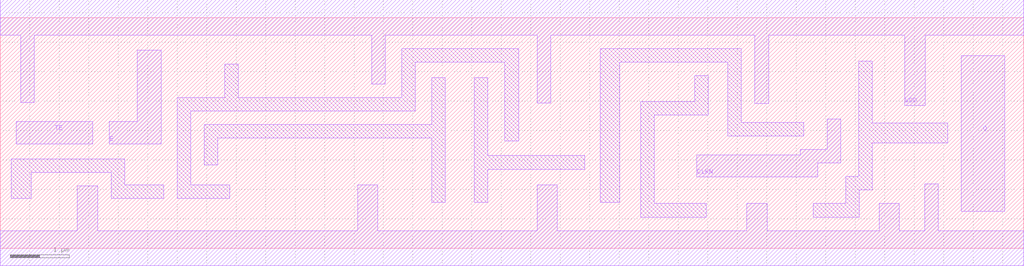
<source format=lef>
# Copyright 2022 GlobalFoundries PDK Authors
#
# Licensed under the Apache License, Version 2.0 (the "License");
# you may not use this file except in compliance with the License.
# You may obtain a copy of the License at
#
#      http://www.apache.org/licenses/LICENSE-2.0
#
# Unless required by applicable law or agreed to in writing, software
# distributed under the License is distributed on an "AS IS" BASIS,
# WITHOUT WARRANTIES OR CONDITIONS OF ANY KIND, either express or implied.
# See the License for the specific language governing permissions and
# limitations under the License.

MACRO gf180mcu_fd_sc_mcu7t5v0__icgtn_1
  CLASS core ;
  FOREIGN gf180mcu_fd_sc_mcu7t5v0__icgtn_1 0.0 0.0 ;
  ORIGIN 0 0 ;
  SYMMETRY X Y ;
  SITE GF018hv5v_mcu_sc7 ;
  SIZE 17.36 BY 3.92 ;
  PIN CLKN
    DIRECTION INPUT ;
    USE clock ;
    ANTENNAGATEAREA 1.394 ;
    PORT
      LAYER METAL1 ;
        POLYGON 11.81 1.21 13.865 1.21 13.865 1.45 14.255 1.45 14.255 2.195 14.025 2.195 14.025 1.68 13.57 1.68 13.57 1.59 11.81 1.59  ;
    END
  END CLKN
  PIN E
    DIRECTION INPUT ;
    ANTENNAGATEAREA 0.6995 ;
    PORT
      LAYER METAL1 ;
        POLYGON 1.845 1.77 2.73 1.77 2.73 3.37 2.32 3.37 2.32 2.15 1.845 2.15  ;
    END
  END E
  PIN TE
    DIRECTION INPUT ;
    ANTENNAGATEAREA 0.6995 ;
    PORT
      LAYER METAL1 ;
        POLYGON 0.27 1.77 1.57 1.77 1.57 2.15 0.27 2.15  ;
    END
  END TE
  PIN Q
    DIRECTION OUTPUT ;
    ANTENNADIFFAREA 0.8118 ;
    PORT
      LAYER METAL1 ;
        POLYGON 16.3 0.63 17.035 0.63 17.035 3.27 16.3 3.27  ;
    END
  END Q
  PIN VDD
    DIRECTION INOUT ;
    USE power ;
    SHAPE ABUTMENT ;
    PORT
      LAYER METAL1 ;
        POLYGON 0 3.62 0.345 3.62 0.345 2.48 0.575 2.48 0.575 3.62 2.77 3.62 6.3 3.62 6.3 2.79 6.53 2.79 6.53 3.62 8.79 3.62 9.11 3.62 9.11 2.47 9.34 2.47 9.34 3.62 9.91 3.62 12.8 3.62 12.8 2.46 13.03 2.46 13.03 3.62 13.63 3.62 15.345 3.62 15.345 2.425 15.685 2.425 15.685 3.62 16.07 3.62 17.36 3.62 17.36 4.22 16.07 4.22 13.63 4.22 9.91 4.22 8.79 4.22 2.77 4.22 0 4.22  ;
    END
  END VDD
  PIN VSS
    DIRECTION INOUT ;
    USE ground ;
    SHAPE ABUTMENT ;
    PORT
      LAYER METAL1 ;
        POLYGON 0 -0.3 17.36 -0.3 17.36 0.3 15.91 0.3 15.91 1.095 15.68 1.095 15.68 0.3 15.245 0.3 15.245 0.76 14.905 0.76 14.905 0.3 13.005 0.3 13.005 0.76 12.665 0.76 12.665 0.3 9.445 0.3 9.445 1.075 9.105 1.075 9.105 0.3 6.405 0.3 6.405 1.075 6.065 1.075 6.065 0.3 1.65 0.3 1.65 1.06 1.31 1.06 1.31 0.3 0 0.3  ;
    END
  END VSS
  OBS
      LAYER METAL1 ;
        POLYGON 0.19 0.845 0.53 0.845 0.53 1.29 1.885 1.29 1.885 0.845 2.77 0.845 2.77 1.075 2.115 1.075 2.115 1.52 0.19 1.52  ;
        POLYGON 3.46 1.42 3.69 1.42 3.69 1.87 7.32 1.87 7.32 0.78 7.55 0.78 7.55 2.9 7.32 2.9 7.32 2.1 3.46 2.1  ;
        POLYGON 3.23 2.33 7.04 2.33 7.04 3.16 8.56 3.16 8.56 1.82 8.79 1.82 8.79 3.39 6.81 3.39 6.81 2.56 4.04 2.56 4.04 3.125 3.81 3.125 3.81 2.56 3 2.56 3 0.845 3.89 0.845 3.89 1.075 3.23 1.075  ;
        POLYGON 8.04 0.78 8.27 0.78 8.27 1.34 9.91 1.34 9.91 1.575 8.27 1.575 8.27 2.9 8.04 2.9  ;
        POLYGON 11.09 2.26 12.01 2.26 12.01 2.93 11.78 2.93 11.78 2.495 10.86 2.495 10.86 0.53 11.975 0.53 11.975 0.76 11.09 0.76  ;
        POLYGON 10.18 0.78 10.51 0.78 10.51 3.16 12.34 3.16 12.34 1.91 13.63 1.91 13.63 2.14 12.57 2.14 12.57 3.39 10.18 3.39  ;
        POLYGON 13.785 0.53 14.57 0.53 14.57 0.99 14.79 0.99 14.79 1.79 16.07 1.79 16.07 2.13 14.79 2.13 14.79 3.18 14.56 3.18 14.56 1.22 14.34 1.22 14.34 0.76 13.785 0.76  ;
  END
END gf180mcu_fd_sc_mcu7t5v0__icgtn_1

</source>
